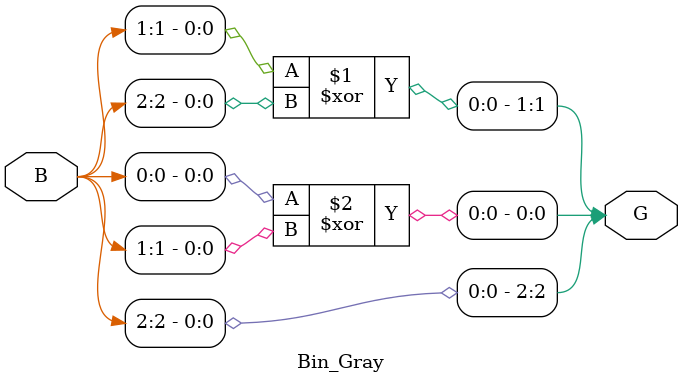
<source format=v>
module Bin_Gray #(parameter Width=3) (B, G);
  //--------------- Design Inputs ---------------
  input wire [Width-1:0] B;

  //--------------- Design Outputs ---------------
  output wire [Width-1:0] G;

  //--------------- Design Implementation ---------------
  assign G[Width-1] = B[Width-1];
  
  genvar i;
  generate
    for (i = Width-2; i >= 0; i = i - 1) begin : gray_gen
      assign G[i] = B[i] ^ B[i+1];
    end
  endgenerate
endmodule


</source>
